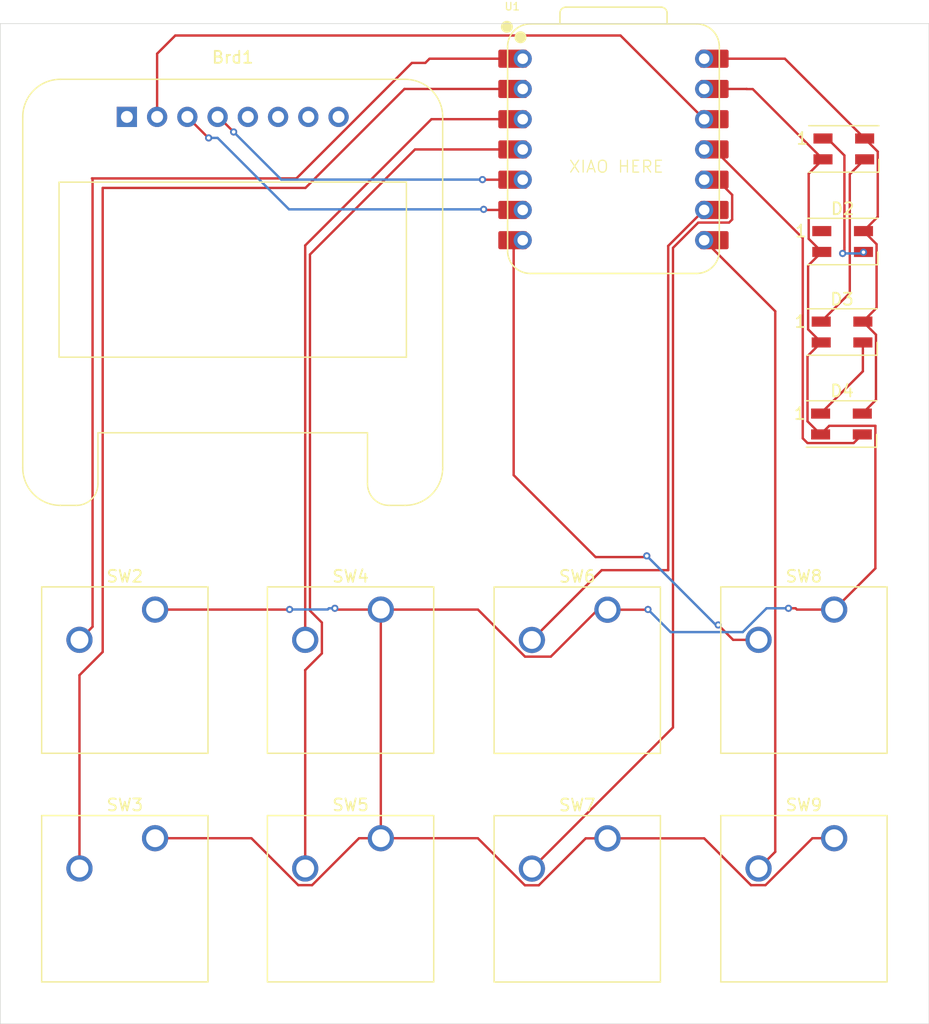
<source format=kicad_pcb>
(kicad_pcb (version 20240108) (generator "pcbnew") (generator_version "8.0")
  (layers (0 "F.Cu" signal) (31 "B.Cu" signal) (34 "B.Paste" user) (35 "F.Paste" user) (36 "B.SilkS" user "B.Silkscreen") (37 "F.SilkS" user "F.Silkscreen") (38 "B.Mask" user) (39 "F.Mask" user) (44 "Edge.Cuts" user))
  (net 0 "")
  (net 2 "Net-(Brd1-SCL)")
  (net 3 "Net-(Brd1-SDA)")
  (net 4 "Net-(Brd1-VCC)")
  (net 5 "Net-(D1-DOUT)")
  (net 6 "Net-(D1-DIN)")
  (net 7 "+5V")
  (net 8 "GND")
  (net 10 "Net-(D3-DIN)")
  (net 11 "Net-(D4-DIN)")
  (net 12 "Net-(U1-GPIO26{slash}ADC0{slash}A0)")
  (net 13 "Net-(U1-GPIO27{slash}ADC1{slash}A1)")
  (net 14 "Net-(U1-GPIO28{slash}ADC2{slash}A2)")
  (net 15 "Net-(U1-GPIO29{slash}ADC3{slash}A3)")
  (net 16 "Net-(U1-GPIO2{slash}SCK)")
  (net 17 "Net-(U1-GPIO4{slash}MISO)")
  (net 18 "Net-(U1-GPIO0{slash}TX)")
  (net 19 "Net-(U1-GPIO1{slash}RX)")
  (footprint "OPL:XIAO-RP2040-DIP" (layer "F.Cu") (at 130.5 66.7685)
    (property "Reference" "U1" (at -8.5 -12 0) (layer "F.SilkS") (effects (font (size 0.635 0.635) (thickness 0.1016))))
    (property "Value" "XIAO-RP2040-DIP")
    (fp_line (start -8.89 8.509) (end -8.89 -8.636) (stroke (width 0.127)) (layer "F.SilkS"))
    (fp_line (start -6.985 10.414) (end 6.985 10.414) (stroke (width 0.127)) (layer "F.SilkS"))
    (fp_line (start -4.495 -10.541) (end -4.491272 -11.451272) (stroke (width 0.127)) (layer "F.SilkS"))
    (fp_line (start -3.991272 -11.951) (end 4.004 -11.951) (stroke (width 0.127)) (layer "F.SilkS"))
    (fp_line (start 4.504 -11.451) (end 4.504 -10.541) (stroke (width 0.127)) (layer "F.SilkS"))
    (fp_line (start 6.985 -10.541) (end -6.985 -10.541) (stroke (width 0.1)) (layer "F.SilkS"))
    (fp_line (start 6.985 -10.541) (end -6.985 -10.541) (stroke (width 0.127)) (layer "F.SilkS"))
    (fp_line (start 8.89 8.509) (end 8.89 -8.636) (stroke (width 0.127)) (layer "F.SilkS"))
    (fp_arc (start -8.89 -8.636) (mid -8.332038 -9.983038) (end -6.985 -10.541) (stroke (width 0.127)) (layer "F.SilkS"))
    (fp_arc (start -6.985 10.414) (mid -8.332038 9.856038) (end -8.89 8.509) (stroke (width 0.127)) (layer "F.SilkS"))
    (fp_arc (start -4.491272 -11.451272) (mid -4.344724 -11.804644) (end -3.991272 -11.951) (stroke (width 0.127)) (layer "F.SilkS"))
    (fp_arc (start 4.004 -11.951) (mid 4.357553 -11.804553) (end 4.504 -11.451) (stroke (width 0.127)) (layer "F.SilkS"))
    (fp_arc (start 6.985 -10.541) (mid 8.332038 -9.983038) (end 8.89 -8.636) (stroke (width 0.127)) (layer "F.SilkS"))
    (fp_arc (start 8.89 8.509) (mid 8.332038 9.856038) (end 6.985 10.414) (stroke (width 0.127)) (layer "F.SilkS"))
    (fp_circle (center -8.95 -10.3) (end -8.95 -10.554) (stroke (width 0.5)) (fill solid) (layer "F.SilkS"))
    (fp_circle (center -7.807 -9.42) (end -7.807 -9.674) (stroke (width 0.5)) (fill solid) (layer "F.SilkS"))
    (pad "1" smd roundrect (at -8.455 -7.62 180) (size 2.432 1.524) (layers "F.Cu" "F.Mask") (roundrect_rratio 0.1) (net 12 "Net-(U1-GPIO26{slash}ADC0{slash}A0)"))
    (pad "1" thru_hole circle (at -7.62 -7.62 180) (size 1.524 1.524) (drill 0.889) (layers "*.Cu" "*.Mask") (net 12 "Net-(U1-GPIO26{slash}ADC0{slash}A0)"))
    (pad "2" smd roundrect (at -8.455 -5.08 180) (size 2.432 1.524) (layers "F.Cu" "F.Mask") (roundrect_rratio 0.1) (net 13 "Net-(U1-GPIO27{slash}ADC1{slash}A1)"))
    (pad "2" thru_hole circle (at -7.62 -5.08 180) (size 1.524 1.524) (drill 0.889) (layers "*.Cu" "*.Mask") (net 13 "Net-(U1-GPIO27{slash}ADC1{slash}A1)"))
    (pad "3" smd roundrect (at -8.455 -2.54 180) (size 2.432 1.524) (layers "F.Cu" "F.Mask") (roundrect_rratio 0.1) (net 14 "Net-(U1-GPIO28{slash}ADC2{slash}A2)"))
    (pad "3" thru_hole circle (at -7.62 -2.54 180) (size 1.524 1.524) (drill 0.889) (layers "*.Cu" "*.Mask") (net 14 "Net-(U1-GPIO28{slash}ADC2{slash}A2)"))
    (pad "4" smd roundrect (at -8.455 0 180) (size 2.432 1.524) (layers "F.Cu" "F.Mask") (roundrect_rratio 0.1) (net 15 "Net-(U1-GPIO29{slash}ADC3{slash}A3)"))
    (pad "4" thru_hole circle (at -7.62 0 180) (size 1.524 1.524) (drill 0.889) (layers "*.Cu" "*.Mask") (net 15 "Net-(U1-GPIO29{slash}ADC3{slash}A3)"))
    (pad "5" smd roundrect (at -8.455 2.54 180) (size 2.432 1.524) (layers "F.Cu" "F.Mask") (roundrect_rratio 0.1) (net 3 "Net-(Brd1-SDA)"))
    (pad "5" thru_hole circle (at -7.62 2.54 180) (size 1.524 1.524) (drill 0.889) (layers "*.Cu" "*.Mask") (net 3 "Net-(Brd1-SDA)"))
    (pad "6" smd roundrect (at -8.455 5.08 180) (size 2.432 1.524) (layers "F.Cu" "F.Mask") (roundrect_rratio 0.1) (net 2 "Net-(Brd1-SCL)"))
    (pad "6" thru_hole circle (at -7.62 5.08 180) (size 1.524 1.524) (drill 0.889) (layers "*.Cu" "*.Mask") (net 2 "Net-(Brd1-SCL)"))
    (pad "7" smd roundrect (at -8.455 7.62 180) (size 2.432 1.524) (layers "F.Cu" "F.Mask") (roundrect_rratio 0.1) (net 18 "Net-(U1-GPIO0{slash}TX)"))
    (pad "7" thru_hole circle (at -7.62 7.62 180) (size 1.524 1.524) (drill 0.889) (layers "*.Cu" "*.Mask") (net 18 "Net-(U1-GPIO0{slash}TX)"))
    (pad "8" thru_hole circle (at 7.62 7.62) (size 1.524 1.524) (drill 0.889) (layers "*.Cu" "*.Mask") (net 19 "Net-(U1-GPIO1{slash}RX)"))
    (pad "8" smd roundrect (at 8.455 7.62) (size 2.432 1.524) (layers "F.Cu" "F.Mask") (roundrect_rratio 0.1) (net 19 "Net-(U1-GPIO1{slash}RX)"))
    (pad "9" thru_hole circle (at 7.62 5.08) (size 1.524 1.524) (drill 0.889) (layers "*.Cu" "*.Mask") (net 16 "Net-(U1-GPIO2{slash}SCK)"))
    (pad "9" smd roundrect (at 8.455 5.08) (size 2.432 1.524) (layers "F.Cu" "F.Mask") (roundrect_rratio 0.1) (net 16 "Net-(U1-GPIO2{slash}SCK)"))
    (pad "10" thru_hole circle (at 7.62 2.54) (size 1.524 1.524) (drill 0.889) (layers "*.Cu" "*.Mask") (net 17 "Net-(U1-GPIO4{slash}MISO)"))
    (pad "10" smd roundrect (at 8.455 2.54) (size 2.432 1.524) (layers "F.Cu" "F.Mask") (roundrect_rratio 0.1) (net 17 "Net-(U1-GPIO4{slash}MISO)"))
    (pad "11" thru_hole circle (at 7.62 0) (size 1.524 1.524) (drill 0.889) (layers "*.Cu" "*.Mask") (net 11 "Net-(D4-DIN)"))
    (pad "11" smd roundrect (at 8.455 0) (size 2.432 1.524) (layers "F.Cu" "F.Mask") (roundrect_rratio 0.1) (net 11 "Net-(D4-DIN)"))
    (pad "12" thru_hole circle (at 7.62 -2.54) (size 1.524 1.524) (drill 0.889) (layers "*.Cu" "*.Mask") (net 4 "Net-(Brd1-VCC)"))
    (pad "12" smd roundrect (at 8.455 -2.54) (size 2.432 1.524) (layers "F.Cu" "F.Mask") (roundrect_rratio 0.1) (net 4 "Net-(Brd1-VCC)"))
    (pad "13" thru_hole circle (at 7.62 -5.08) (size 1.524 1.524) (drill 0.889) (layers "*.Cu" "*.Mask") (net 8 "GND"))
    (pad "13" smd roundrect (at 8.455 -5.08) (size 2.432 1.524) (layers "F.Cu" "F.Mask") (roundrect_rratio 0.1) (net 8 "GND"))
    (pad "14" thru_hole circle (at 7.62 -7.62) (size 1.524 1.524) (drill 0.889) (layers "*.Cu" "*.Mask") (net 7 "+5V"))
    (pad "14" smd roundrect (at 8.455 -7.62) (size 2.432 1.524) (layers "F.Cu" "F.Mask") (roundrect_rratio 0.1) (net 7 "+5V"))
  )
  (footprint "Button_Switch_Keyboard:SW_Cherry_MX_1.00u_PCB" (layer "F.Cu") (at 149.04 105.41)
    (property "Reference" "SW8" (at -2.54 -2.794 0) (layer "F.SilkS"))
    (property "Value" "SW_Push")
    (fp_line (start -9.525 -1.905) (end 4.445 -1.905) (stroke (width 0.12)) (layer "F.SilkS"))
    (fp_line (start -9.525 12.065) (end -9.525 -1.905) (stroke (width 0.12)) (layer "F.SilkS"))
    (fp_line (start 4.445 -1.905) (end 4.445 12.065) (stroke (width 0.12)) (layer "F.SilkS"))
    (fp_line (start 4.445 12.065) (end -9.525 12.065) (stroke (width 0.12)) (layer "F.SilkS"))
    (pad "" np_thru_hole circle (at -7.62 5.08) (size 1.7 1.7) (drill 1.7) (layers "*.Cu" "*.Mask"))
    (pad "" np_thru_hole circle (at -2.54 5.08) (size 4 4) (drill 4) (layers "*.Cu" "*.Mask"))
    (pad "" np_thru_hole circle (at 2.54 5.08) (size 1.7 1.7) (drill 1.7) (layers "*.Cu" "*.Mask"))
    (pad "1" thru_hole circle (at 0 0) (size 2.2 2.2) (drill 1.5) (layers "*.Cu" "*.Mask") (net 8 "GND"))
    (pad "2" thru_hole circle (at -6.35 2.54) (size 2.2 2.2) (drill 1.5) (layers "*.Cu" "*.Mask") (net 18 "Net-(U1-GPIO0{slash}TX)"))
  )
  (footprint "Button_Switch_Keyboard:SW_Cherry_MX_1.00u_PCB" (layer "F.Cu") (at 92 105.41)
    (property "Reference" "SW2" (at -2.54 -2.794 0) (layer "F.SilkS"))
    (property "Value" "SW_Push")
    (fp_line (start -9.525 -1.905) (end 4.445 -1.905) (stroke (width 0.12)) (layer "F.SilkS"))
    (fp_line (start -9.525 12.065) (end -9.525 -1.905) (stroke (width 0.12)) (layer "F.SilkS"))
    (fp_line (start 4.445 -1.905) (end 4.445 12.065) (stroke (width 0.12)) (layer "F.SilkS"))
    (fp_line (start 4.445 12.065) (end -9.525 12.065) (stroke (width 0.12)) (layer "F.SilkS"))
    (pad "" np_thru_hole circle (at -7.62 5.08) (size 1.7 1.7) (drill 1.7) (layers "*.Cu" "*.Mask"))
    (pad "" np_thru_hole circle (at -2.54 5.08) (size 4 4) (drill 4) (layers "*.Cu" "*.Mask"))
    (pad "" np_thru_hole circle (at 2.54 5.08) (size 1.7 1.7) (drill 1.7) (layers "*.Cu" "*.Mask"))
    (pad "1" thru_hole circle (at 0 0) (size 2.2 2.2) (drill 1.5) (layers "*.Cu" "*.Mask") (net 8 "GND"))
    (pad "2" thru_hole circle (at -6.35 2.54) (size 2.2 2.2) (drill 1.5) (layers "*.Cu" "*.Mask") (net 12 "Net-(U1-GPIO26{slash}ADC0{slash}A0)"))
  )
  (footprint "Button_Switch_Keyboard:SW_Cherry_MX_1.00u_PCB" (layer "F.Cu") (at 149.04 124.61)
    (property "Reference" "SW9" (at -2.54 -2.794 0) (layer "F.SilkS"))
    (property "Value" "SW_Push")
    (fp_line (start -9.525 -1.905) (end 4.445 -1.905) (stroke (width 0.12)) (layer "F.SilkS"))
    (fp_line (start -9.525 12.065) (end -9.525 -1.905) (stroke (width 0.12)) (layer "F.SilkS"))
    (fp_line (start 4.445 -1.905) (end 4.445 12.065) (stroke (width 0.12)) (layer "F.SilkS"))
    (fp_line (start 4.445 12.065) (end -9.525 12.065) (stroke (width 0.12)) (layer "F.SilkS"))
    (pad "" np_thru_hole circle (at -7.62 5.08) (size 1.7 1.7) (drill 1.7) (layers "*.Cu" "*.Mask"))
    (pad "" np_thru_hole circle (at -2.54 5.08) (size 4 4) (drill 4) (layers "*.Cu" "*.Mask"))
    (pad "" np_thru_hole circle (at 2.54 5.08) (size 1.7 1.7) (drill 1.7) (layers "*.Cu" "*.Mask"))
    (pad "1" thru_hole circle (at 0 0) (size 2.2 2.2) (drill 1.5) (layers "*.Cu" "*.Mask") (net 8 "GND"))
    (pad "2" thru_hole circle (at -6.35 2.54) (size 2.2 2.2) (drill 1.5) (layers "*.Cu" "*.Mask") (net 19 "Net-(U1-GPIO1{slash}RX)"))
  )
  (footprint "Button_Switch_Keyboard:SW_Cherry_MX_1.00u_PCB" (layer "F.Cu") (at 92 124.61)
    (property "Reference" "SW3" (at -2.54 -2.794 0) (layer "F.SilkS"))
    (property "Value" "SW_Push")
    (fp_line (start -9.525 -1.905) (end 4.445 -1.905) (stroke (width 0.12)) (layer "F.SilkS"))
    (fp_line (start -9.525 12.065) (end -9.525 -1.905) (stroke (width 0.12)) (layer "F.SilkS"))
    (fp_line (start 4.445 -1.905) (end 4.445 12.065) (stroke (width 0.12)) (layer "F.SilkS"))
    (fp_line (start 4.445 12.065) (end -9.525 12.065) (stroke (width 0.12)) (layer "F.SilkS"))
    (pad "" np_thru_hole circle (at -7.62 5.08) (size 1.7 1.7) (drill 1.7) (layers "*.Cu" "*.Mask"))
    (pad "" np_thru_hole circle (at -2.54 5.08) (size 4 4) (drill 4) (layers "*.Cu" "*.Mask"))
    (pad "" np_thru_hole circle (at 2.54 5.08) (size 1.7 1.7) (drill 1.7) (layers "*.Cu" "*.Mask"))
    (pad "1" thru_hole circle (at 0 0) (size 2.2 2.2) (drill 1.5) (layers "*.Cu" "*.Mask") (net 8 "GND"))
    (pad "2" thru_hole circle (at -6.35 2.54) (size 2.2 2.2) (drill 1.5) (layers "*.Cu" "*.Mask") (net 13 "Net-(U1-GPIO27{slash}ADC1{slash}A1)"))
  )
  (footprint "LED_SMD:LED_SK6812MINI_PLCC4_3.5x3.5mm_P1.75mm" (layer "F.Cu") (at 149.7 82.1)
    (property "Reference" "D3" (at 0 -2.75 360) (layer "F.SilkS"))
    (property "Value" "SK6812MINI")
    (fp_line (start -2.95 -1.95) (end 2.95 -1.95) (stroke (width 0.12)) (layer "F.SilkS"))
    (fp_line (start -2.95 1.95) (end 2.95 1.95) (stroke (width 0.12)) (layer "F.SilkS"))
    (fp_line (start 2.95 1.95) (end 2.95 0.875) (stroke (width 0.12)) (layer "F.SilkS"))
    (fp_text user "1" (at -3.5 -0.875 360) (layer "F.SilkS"))
    (pad "1" smd rect (at -1.75 -0.875) (size 1.6 0.85) (layers "F.Cu" "F.Paste" "F.Mask") (net 6 "Net-(D1-DIN)"))
    (pad "2" smd rect (at -1.75 0.875) (size 1.6 0.85) (layers "F.Cu" "F.Paste" "F.Mask") (net 8 "GND"))
    (pad "3" smd rect (at 1.75 0.875) (size 1.6 0.85) (layers "F.Cu" "F.Paste" "F.Mask") (net 10 "Net-(D3-DIN)"))
    (pad "4" smd rect (at 1.75 -0.875) (size 1.6 0.85) (layers "F.Cu" "F.Paste" "F.Mask") (net 7 "+5V"))
  )
  (footprint "Button_Switch_Keyboard:SW_Cherry_MX_1.00u_PCB" (layer "F.Cu") (at 130 124.62)
    (property "Reference" "SW7" (at -2.54 -2.794 0) (layer "F.SilkS"))
    (property "Value" "SW_Push")
    (fp_line (start -9.525 -1.905) (end 4.445 -1.905) (stroke (width 0.12)) (layer "F.SilkS"))
    (fp_line (start -9.525 12.065) (end -9.525 -1.905) (stroke (width 0.12)) (layer "F.SilkS"))
    (fp_line (start 4.445 -1.905) (end 4.445 12.065) (stroke (width 0.12)) (layer "F.SilkS"))
    (fp_line (start 4.445 12.065) (end -9.525 12.065) (stroke (width 0.12)) (layer "F.SilkS"))
    (pad "" np_thru_hole circle (at -7.62 5.08) (size 1.7 1.7) (drill 1.7) (layers "*.Cu" "*.Mask"))
    (pad "" np_thru_hole circle (at -2.54 5.08) (size 4 4) (drill 4) (layers "*.Cu" "*.Mask"))
    (pad "" np_thru_hole circle (at 2.54 5.08) (size 1.7 1.7) (drill 1.7) (layers "*.Cu" "*.Mask"))
    (pad "1" thru_hole circle (at 0 0) (size 2.2 2.2) (drill 1.5) (layers "*.Cu" "*.Mask") (net 8 "GND"))
    (pad "2" thru_hole circle (at -6.35 2.54) (size 2.2 2.2) (drill 1.5) (layers "*.Cu" "*.Mask") (net 17 "Net-(U1-GPIO4{slash}MISO)"))
  )
  (footprint "Button_Switch_Keyboard:SW_Cherry_MX_1.00u_PCB" (layer "F.Cu") (at 110.96 124.61)
    (property "Reference" "SW5" (at -2.54 -2.794 0) (layer "F.SilkS"))
    (property "Value" "SW_Push")
    (fp_line (start -9.525 -1.905) (end 4.445 -1.905) (stroke (width 0.12)) (layer "F.SilkS"))
    (fp_line (start -9.525 12.065) (end -9.525 -1.905) (stroke (width 0.12)) (layer "F.SilkS"))
    (fp_line (start 4.445 -1.905) (end 4.445 12.065) (stroke (width 0.12)) (layer "F.SilkS"))
    (fp_line (start 4.445 12.065) (end -9.525 12.065) (stroke (width 0.12)) (layer "F.SilkS"))
    (pad "" np_thru_hole circle (at -7.62 5.08) (size 1.7 1.7) (drill 1.7) (layers "*.Cu" "*.Mask"))
    (pad "" np_thru_hole circle (at -2.54 5.08) (size 4 4) (drill 4) (layers "*.Cu" "*.Mask"))
    (pad "" np_thru_hole circle (at 2.54 5.08) (size 1.7 1.7) (drill 1.7) (layers "*.Cu" "*.Mask"))
    (pad "1" thru_hole circle (at 0 0) (size 2.2 2.2) (drill 1.5) (layers "*.Cu" "*.Mask") (net 8 "GND"))
    (pad "2" thru_hole circle (at -6.35 2.54) (size 2.2 2.2) (drill 1.5) (layers "*.Cu" "*.Mask") (net 15 "Net-(U1-GPIO29{slash}ADC3{slash}A3)"))
  )
  (footprint "LED_SMD:LED_SK6812MINI_PLCC4_3.5x3.5mm_P1.75mm" (layer "F.Cu") (at 149.75 74.5)
    (property "Reference" "D2" (at 0 -2.75 360) (layer "F.SilkS"))
    (property "Value" "SK6812MINI")
    (fp_line (start -2.95 -1.95) (end 2.95 -1.95) (stroke (width 0.12)) (layer "F.SilkS"))
    (fp_line (start -2.95 1.95) (end 2.95 1.95) (stroke (width 0.12)) (layer "F.SilkS"))
    (fp_line (start 2.95 1.95) (end 2.95 0.875) (stroke (width 0.12)) (layer "F.SilkS"))
    (fp_text user "1" (at -3.5 -0.875 360) (layer "F.SilkS"))
    (pad "1" smd rect (at -1.75 -0.875) (size 1.6 0.85) (layers "F.Cu" "F.Paste" "F.Mask"))
    (pad "2" smd rect (at -1.75 0.875) (size 1.6 0.85) (layers "F.Cu" "F.Paste" "F.Mask") (net 8 "GND"))
    (pad "3" smd rect (at 1.75 0.875) (size 1.6 0.85) (layers "F.Cu" "F.Paste" "F.Mask") (net 5 "Net-(D1-DOUT)"))
    (pad "4" smd rect (at 1.75 -0.875) (size 1.6 0.85) (layers "F.Cu" "F.Paste" "F.Mask") (net 7 "+5V"))
  )
  (footprint "Display:Adafruit_SSD1306" (layer "F.Cu") (at 89.632 64.036)
    (property "Reference" "Brd1" (at 8.89 -5 0) (layer "F.SilkS"))
    (property "Value" "SSD1306")
    (fp_line (start -8.746 0) (end -8.746 29.464) (stroke (width 0.12)) (layer "F.SilkS"))
    (fp_line (start -5.698 5.478) (end -5.698 20.176) (stroke (width 0.12)) (layer "F.SilkS"))
    (fp_line (start -5.698 5.478) (end 23.478 5.478) (stroke (width 0.12)) (layer "F.SilkS"))
    (fp_line (start -5.698 20.176) (end 23.478 20.176) (stroke (width 0.12)) (layer "F.SilkS"))
    (fp_line (start -4.238 32.622) (end -5.59 32.622) (stroke (width 0.12)) (layer "F.SilkS"))
    (fp_line (start -2.43 26.526) (end -2.43 30.814) (stroke (width 0.12)) (layer "F.SilkS"))
    (fp_line (start -2.43 26.526) (end 20.21 26.526) (stroke (width 0.12)) (layer "F.SilkS"))
    (fp_line (start 20.21 26.526) (end 20.21 30.814) (stroke (width 0.12)) (layer "F.SilkS"))
    (fp_line (start 22.018 32.622) (end 23.37 32.622) (stroke (width 0.12)) (layer "F.SilkS"))
    (fp_line (start 23.368 -3.158) (end -5.588 -3.158) (stroke (width 0.12)) (layer "F.SilkS"))
    (fp_line (start 23.478 5.478) (end 23.478 20.176) (stroke (width 0.12)) (layer "F.SilkS"))
    (fp_line (start 26.526 0) (end 26.526 29.464) (stroke (width 0.12)) (layer "F.SilkS"))
    (fp_arc (start -8.746 0) (mid -7.821043 -2.233043) (end -5.588 -3.158) (stroke (width 0.12)) (layer "F.SilkS"))
    (fp_arc (start -5.588 32.622) (mid -7.821043 31.697043) (end -8.746 29.464) (stroke (width 0.12)) (layer "F.SilkS"))
    (fp_arc (start -2.43 30.812) (mid -2.958137 32.091035) (end -4.236 32.622) (stroke (width 0.12)) (layer "F.SilkS"))
    (fp_arc (start 22.016 32.622) (mid 20.738137 32.091035) (end 20.21 30.812) (stroke (width 0.12)) (layer "F.SilkS"))
    (fp_arc (start 23.368 -3.158) (mid 25.601043 -2.233043) (end 26.526 0) (stroke (width 0.12)) (layer "F.SilkS"))
    (fp_arc (start 26.526 29.464) (mid 25.601043 31.697043) (end 23.368 32.622) (stroke (width 0.12)) (layer "F.SilkS"))
    (pad "" np_thru_hole circle (at -5.588 0) (size 2.7 2.7) (drill 2.7) (layers "*.Cu" "*.Mask"))
    (pad "" np_thru_hole circle (at -5.588 29.464) (size 2.7 2.7) (drill 2.7) (layers "*.Cu" "*.Mask"))
    (pad "" np_thru_hole circle (at 23.368 0) (size 2.7 2.7) (drill 2.7) (layers "*.Cu" "*.Mask"))
    (pad "" np_thru_hole circle (at 23.368 29.464) (size 2.7 2.7) (drill 2.7) (layers "*.Cu" "*.Mask"))
    (pad "1" thru_hole rect (at 0 0) (size 1.7 1.7) (drill 1) (layers "*.Cu" "*.Mask"))
    (pad "2" thru_hole circle (at 2.54 0) (size 1.7 1.7) (drill 1) (layers "*.Cu" "*.Mask") (net 4 "Net-(Brd1-VCC)"))
    (pad "3" thru_hole circle (at 5.08 0) (size 1.7 1.7) (drill 1) (layers "*.Cu" "*.Mask") (net 2 "Net-(Brd1-SCL)"))
    (pad "4" thru_hole circle (at 7.62 0) (size 1.7 1.7) (drill 1) (layers "*.Cu" "*.Mask") (net 3 "Net-(Brd1-SDA)"))
    (pad "5" thru_hole circle (at 10.16 0) (size 1.7 1.7) (drill 1) (layers "*.Cu" "*.Mask"))
    (pad "6" thru_hole circle (at 12.7 0) (size 1.7 1.7) (drill 1) (layers "*.Cu" "*.Mask"))
    (pad "7" thru_hole circle (at 15.24 0) (size 1.7 1.7) (drill 1) (layers "*.Cu" "*.Mask"))
    (pad "8" thru_hole circle (at 17.78 0) (size 1.7 1.7) (drill 1) (layers "*.Cu" "*.Mask"))
  )
  (footprint "Button_Switch_Keyboard:SW_Cherry_MX_1.00u_PCB" (layer "F.Cu") (at 130 105.42)
    (property "Reference" "SW6" (at -2.54 -2.794 0) (layer "F.SilkS"))
    (property "Value" "SW_Push")
    (fp_line (start -9.525 -1.905) (end 4.445 -1.905) (stroke (width 0.12)) (layer "F.SilkS"))
    (fp_line (start -9.525 12.065) (end -9.525 -1.905) (stroke (width 0.12)) (layer "F.SilkS"))
    (fp_line (start 4.445 -1.905) (end 4.445 12.065) (stroke (width 0.12)) (layer "F.SilkS"))
    (fp_line (start 4.445 12.065) (end -9.525 12.065) (stroke (width 0.12)) (layer "F.SilkS"))
    (pad "" np_thru_hole circle (at -7.62 5.08) (size 1.7 1.7) (drill 1.7) (layers "*.Cu" "*.Mask"))
    (pad "" np_thru_hole circle (at -2.54 5.08) (size 4 4) (drill 4) (layers "*.Cu" "*.Mask"))
    (pad "" np_thru_hole circle (at 2.54 5.08) (size 1.7 1.7) (drill 1.7) (layers "*.Cu" "*.Mask"))
    (pad "1" thru_hole circle (at 0 0) (size 2.2 2.2) (drill 1.5) (layers "*.Cu" "*.Mask") (net 8 "GND"))
    (pad "2" thru_hole circle (at -6.35 2.54) (size 2.2 2.2) (drill 1.5) (layers "*.Cu" "*.Mask") (net 16 "Net-(U1-GPIO2{slash}SCK)"))
  )
  (footprint "LED_SMD:LED_SK6812MINI_PLCC4_3.5x3.5mm_P1.75mm" (layer "F.Cu") (at 149.85 66.725)
    (property "Reference" "D1" (hide yes))
    (property "Value" "SK6812MINI")
    (fp_line (start -2.95 -1.95) (end 2.95 -1.95) (stroke (width 0.12)) (layer "F.SilkS"))
    (fp_line (start -2.95 1.95) (end 2.95 1.95) (stroke (width 0.12)) (layer "F.SilkS"))
    (fp_line (start 2.95 1.95) (end 2.95 0.875) (stroke (width 0.12)) (layer "F.SilkS"))
    (fp_text user "1" (at -3.5 -0.875 360) (layer "F.SilkS"))
    (pad "1" smd rect (at -1.75 -0.875) (size 1.6 0.85) (layers "F.Cu" "F.Paste" "F.Mask") (net 5 "Net-(D1-DOUT)"))
    (pad "2" smd rect (at -1.75 0.875) (size 1.6 0.85) (layers "F.Cu" "F.Paste" "F.Mask") (net 8 "GND"))
    (pad "3" smd rect (at 1.75 0.875) (size 1.6 0.85) (layers "F.Cu" "F.Paste" "F.Mask") (net 6 "Net-(D1-DIN)"))
    (pad "4" smd rect (at 1.75 -0.875) (size 1.6 0.85) (layers "F.Cu" "F.Paste" "F.Mask") (net 7 "+5V"))
  )
  (footprint "LED_SMD:LED_SK6812MINI_PLCC4_3.5x3.5mm_P1.75mm" (layer "F.Cu") (at 149.65 89.825)
    (property "Reference" "D4" (at 0.05 -2.775 360) (layer "F.SilkS"))
    (property "Value" "SK6812MINI")
    (fp_line (start -2.95 -1.95) (end 2.95 -1.95) (stroke (width 0.12)) (layer "F.SilkS"))
    (fp_line (start -2.95 1.95) (end 2.95 1.95) (stroke (width 0.12)) (layer "F.SilkS"))
    (fp_line (start 2.95 1.95) (end 2.95 0.875) (stroke (width 0.12)) (layer "F.SilkS"))
    (fp_text user "1" (at -3.5 -0.875 360) (layer "F.SilkS"))
    (pad "1" smd rect (at -1.75 -0.875) (size 1.6 0.85) (layers "F.Cu" "F.Paste" "F.Mask") (net 10 "Net-(D3-DIN)"))
    (pad "2" smd rect (at -1.75 0.875) (size 1.6 0.85) (layers "F.Cu" "F.Paste" "F.Mask") (net 8 "GND"))
    (pad "3" smd rect (at 1.75 0.875) (size 1.6 0.85) (layers "F.Cu" "F.Paste" "F.Mask") (net 11 "Net-(D4-DIN)"))
    (pad "4" smd rect (at 1.75 -0.875) (size 1.6 0.85) (layers "F.Cu" "F.Paste" "F.Mask") (net 7 "+5V"))
  )
  (footprint "Button_Switch_Keyboard:SW_Cherry_MX_1.00u_PCB" (layer "F.Cu") (at 110.96 105.41)
    (property "Reference" "SW4" (at -2.54 -2.794 0) (layer "F.SilkS"))
    (property "Value" "SW_Push")
    (fp_line (start -9.525 -1.905) (end 4.445 -1.905) (stroke (width 0.12)) (layer "F.SilkS"))
    (fp_line (start -9.525 12.065) (end -9.525 -1.905) (stroke (width 0.12)) (layer "F.SilkS"))
    (fp_line (start 4.445 -1.905) (end 4.445 12.065) (stroke (width 0.12)) (layer "F.SilkS"))
    (fp_line (start 4.445 12.065) (end -9.525 12.065) (stroke (width 0.12)) (layer "F.SilkS"))
    (pad "" np_thru_hole circle (at -7.62 5.08) (size 1.7 1.7) (drill 1.7) (layers "*.Cu" "*.Mask"))
    (pad "" np_thru_hole circle (at -2.54 5.08) (size 4 4) (drill 4) (layers "*.Cu" "*.Mask"))
    (pad "" np_thru_hole circle (at 2.54 5.08) (size 1.7 1.7) (drill 1.7) (layers "*.Cu" "*.Mask"))
    (pad "1" thru_hole circle (at 0 0) (size 2.2 2.2) (drill 1.5) (layers "*.Cu" "*.Mask") (net 8 "GND"))
    (pad "2" thru_hole circle (at -6.35 2.54) (size 2.2 2.2) (drill 1.5) (layers "*.Cu" "*.Mask") (net 14 "Net-(U1-GPIO28{slash}ADC2{slash}A2)"))
  )
  (gr_line (start 79 140.2) (end 79 56.2) (stroke (width 0.05)) (layer "Edge.Cuts"))
  (gr_line (start 157 140.2) (end 79 140.2) (stroke (width 0.05)) (layer "Edge.Cuts"))
  (gr_line (start 157 140.2) (end 157 56.2) (stroke (width 0.05)) (layer "Edge.Cuts"))
  (gr_line (start 79 56.2) (end 157 56.2) (stroke (width 0.05)) (layer "Edge.Cuts"))
  (gr_text "XIAO HERE" (at 126.7 68.8 0) (layer "F.SilkS") (effects (font (size 1 1) (thickness 0.1)) (justify left bottom)))
  (segment (start 119.6485 71.8485) (end 119.6 71.8) (width 0.2) (layer "F.Cu") (net 2))
  (segment (start 122.88 71.8485) (end 119.6485 71.8485) (width 0.2) (layer "F.Cu") (net 2))
  (segment (start 96.476 65.8) (end 96.5 65.8) (width 0.2) (layer "F.Cu") (net 2))
  (segment (start 94.712 64.036) (end 96.476 65.8) (width 0.2) (layer "F.Cu") (net 2))
  (via (at 96.5 65.8) (size 0.6) (drill 0.3) (layers "F.Cu" "B.Cu") (net 2))
  (via (at 119.6 71.8) (size 0.6) (drill 0.3) (layers "F.Cu" "B.Cu") (net 2))
  (segment (start 97.251471 65.8) (end 103.251471 71.8) (width 0.2) (layer "B.Cu") (net 2))
  (segment (start 103.251471 71.8) (end 119.6 71.8) (width 0.2) (layer "B.Cu") (net 2))
  (segment (start 96.5 65.8) (end 97.251471 65.8) (width 0.2) (layer "B.Cu") (net 2))
  (segment (start 97.252 64.036) (end 97.336 64.036) (width 0.2) (layer "F.Cu") (net 3))
  (segment (start 97.336 64.036) (end 98.6 65.3) (width 0.2) (layer "F.Cu") (net 3))
  (segment (start 119.5085 69.3085) (end 122.88 69.3085) (width 0.2) (layer "F.Cu") (net 3))
  (segment (start 119.5 69.3) (end 119.5085 69.3085) (width 0.2) (layer "F.Cu") (net 3))
  (via (at 98.6 65.3) (size 0.6) (drill 0.3) (layers "F.Cu" "B.Cu") (net 3))
  (via (at 119.5 69.3) (size 0.6) (drill 0.3) (layers "F.Cu" "B.Cu") (net 3))
  (segment (start 102.6 69.3) (end 119.5 69.3) (width 0.2) (layer "B.Cu") (net 3))
  (segment (start 98.6 65.3) (end 102.6 69.3) (width 0.2) (layer "B.Cu") (net 3))
  (segment (start 93.7 57.2) (end 131.0915 57.2) (width 0.2) (layer "F.Cu") (net 4))
  (segment (start 131.0915 57.2) (end 138.12 64.2285) (width 0.2) (layer "F.Cu") (net 4))
  (segment (start 92.172 64.036) (end 92.172 58.728) (width 0.2) (layer "F.Cu") (net 4))
  (segment (start 92.172 58.728) (end 93.7 57.2) (width 0.2) (layer "F.Cu") (net 4))
  (segment (start 149.9 67.275) (end 149.9 75) (width 0.2) (layer "F.Cu") (net 5))
  (segment (start 149.9 75.35) (end 149.75 75.5) (width 0.2) (layer "F.Cu") (net 5))
  (segment (start 148.475 65.85) (end 149.9 67.275) (width 0.2) (layer "F.Cu") (net 5))
  (segment (start 148.1 65.85) (end 148.475 65.85) (width 0.2) (layer "F.Cu") (net 5))
  (segment (start 149.9 75) (end 149.9 75.35) (width 0.2) (layer "F.Cu") (net 5))
  (via (at 151.5 75.4) (size 0.6) (drill 0.3) (layers "F.Cu" "B.Cu") (net 5))
  (via (at 149.75 75.5) (size 0.6) (drill 0.3) (layers "F.Cu" "B.Cu") (net 5))
  (segment (start 151.4 75.5) (end 151.5 75.4) (width 0.2) (layer "B.Cu") (net 5))
  (segment (start 149.75 75.5) (end 151.4 75.5) (width 0.2) (layer "B.Cu") (net 5))
  (segment (start 150.35 68.85) (end 150.35 78.825) (width 0.2) (layer "F.Cu") (net 6))
  (segment (start 151.6 67.6) (end 150.35 68.85) (width 0.2) (layer "F.Cu") (net 6))
  (segment (start 150.35 78.825) (end 147.95 81.225) (width 0.2) (layer "F.Cu") (net 6))
  (segment (start 144.8985 59.1485) (end 138.12 59.1485) (width 0.2) (layer "F.Cu") (net 7))
  (segment (start 152.6 74.725) (end 151.5 73.625) (width 0.2) (layer "F.Cu") (net 7))
  (segment (start 152.55 82.325) (end 151.45 81.225) (width 0.2) (layer "F.Cu") (net 7))
  (segment (start 151.4 88.95) (end 152.55 87.8) (width 0.2) (layer "F.Cu") (net 7))
  (segment (start 152.6 80.075) (end 152.6 74.725) (width 0.2) (layer "F.Cu") (net 7))
  (segment (start 152.7 72.425) (end 152.7 66.95) (width 0.2) (layer "F.Cu") (net 7))
  (segment (start 151.6 65.85) (end 144.8985 59.1485) (width 0.2) (layer "F.Cu") (net 7))
  (segment (start 151.5 73.625) (end 152.7 72.425) (width 0.2) (layer "F.Cu") (net 7))
  (segment (start 151.45 81.225) (end 152.6 80.075) (width 0.2) (layer "F.Cu") (net 7))
  (segment (start 152.7 66.95) (end 151.6 65.85) (width 0.2) (layer "F.Cu") (net 7))
  (segment (start 152.55 87.8) (end 152.55 82.325) (width 0.2) (layer "F.Cu") (net 7))
  (segment (start 152.5 89.975) (end 152.5 101.95) (width 0.2) (layer "F.Cu") (net 8))
  (segment (start 141.7 61.7) (end 141.6885 61.6885) (width 0.2) (layer "F.Cu") (net 8))
  (segment (start 123.06 128.56) (end 119.11 124.61) (width 0.2) (layer "F.Cu") (net 8))
  (segment (start 146.9 68.8) (end 146.9 74.275) (width 0.2) (layer "F.Cu") (net 8))
  (segment (start 143.269899 128.55) (end 142.05 128.55) (width 0.2) (layer "F.Cu") (net 8))
  (segment (start 110.96 105.41) (end 119.120101 105.41) (width 0.2) (layer "F.Cu") (net 8))
  (segment (start 109.129899 124.61) (end 105.189899 128.55) (width 0.2) (layer "F.Cu") (net 8))
  (segment (start 133.38 105.42) (end 133.4 105.4) (width 0.2) (layer "F.Cu") (net 8))
  (segment (start 146.8 89.6) (end 147.9 90.7) (width 0.2) (layer "F.Cu") (net 8))
  (segment (start 145.8 105.3) (end 145.91 105.41) (width 0.2) (layer "F.Cu") (net 8))
  (segment (start 146.85 76.525) (end 146.85 81.875) (width 0.2) (layer "F.Cu") (net 8))
  (segment (start 104.030101 128.55) (end 100.090101 124.61) (width 0.2) (layer "F.Cu") (net 8))
  (segment (start 145.91 105.41) (end 149.04 105.41) (width 0.2) (layer "F.Cu") (net 8))
  (segment (start 107.1 105.3) (end 107.21 105.41) (width 0.2) (layer "F.Cu") (net 8))
  (segment (start 147.9 90.7) (end 148.625 89.975) (width 0.2) (layer "F.Cu") (net 8))
  (segment (start 130 124.62) (end 128.169899 124.62) (width 0.2) (layer "F.Cu") (net 8))
  (segment (start 148 75.375) (end 146.85 76.525) (width 0.2) (layer "F.Cu") (net 8))
  (segment (start 148.1 67.6) (end 146.9 68.8) (width 0.2) (layer "F.Cu") (net 8))
  (segment (start 129.18 105.42) (end 130 105.42) (width 0.2) (layer "F.Cu") (net 8))
  (segment (start 125.24 109.36) (end 129.18 105.42) (width 0.2) (layer "F.Cu") (net 8))
  (segment (start 124.229899 128.56) (end 123.06 128.56) (width 0.2) (layer "F.Cu") (net 8))
  (segment (start 146.8 84.125) (end 146.8 89.6) (width 0.2) (layer "F.Cu") (net 8))
  (segment (start 147.209899 124.61) (end 143.269899 128.55) (width 0.2) (layer "F.Cu") (net 8))
  (segment (start 103.29 105.41) (end 103.3 105.4) (width 0.2) (layer "F.Cu") (net 8))
  (segment (start 149.04 124.61) (end 147.209899 124.61) (width 0.2) (layer "F.Cu") (net 8))
  (segment (start 123.070101 109.36) (end 125.24 109.36) (width 0.2) (layer "F.Cu") (net 8))
  (segment (start 152.5 101.95) (end 149.04 105.41) (width 0.2) (layer "F.Cu") (net 8))
  (segment (start 145.2 105.3) (end 145.8 105.3) (width 0.2) (layer "F.Cu") (net 8))
  (segment (start 148.625 89.975) (end 152.5 89.975) (width 0.2) (layer "F.Cu") (net 8))
  (segment (start 110.96 105.41) (end 110.96 124.61) (width 0.2) (layer "F.Cu") (net 8))
  (segment (start 119.120101 105.41) (end 123.070101 109.36) (width 0.2) (layer "F.Cu") (net 8))
  (segment (start 138.12 124.62) (end 130 124.62) (width 0.2) (layer "F.Cu") (net 8))
  (segment (start 100.090101 124.61) (end 92 124.61) (width 0.2) (layer "F.Cu") (net 8))
  (segment (start 142.05 128.55) (end 138.12 124.62) (width 0.2) (layer "F.Cu") (net 8))
  (segment (start 146.9 74.275) (end 148 75.375) (width 0.2) (layer "F.Cu") (net 8))
  (segment (start 147.95 82.975) (end 146.8 84.125) (width 0.2) (layer "F.Cu") (net 8))
  (segment (start 107.21 105.41) (end 110.96 105.41) (width 0.2) (layer "F.Cu") (net 8))
  (segment (start 130 105.42) (end 133.38 105.42) (width 0.2) (layer "F.Cu") (net 8))
  (segment (start 148.1 67.6) (end 142.2 61.7) (width 0.2) (layer "F.Cu") (net 8))
  (segment (start 141.6885 61.6885) (end 138.955 61.6885) (width 0.2) (layer "F.Cu") (net 8))
  (segment (start 119.11 124.61) (end 110.96 124.61) (width 0.2) (layer "F.Cu") (net 8))
  (segment (start 105.189899 128.55) (end 104.030101 128.55) (width 0.2) (layer "F.Cu") (net 8))
  (segment (start 128.169899 124.62) (end 124.229899 128.56) (width 0.2) (layer "F.Cu") (net 8))
  (segment (start 146.85 81.875) (end 147.95 82.975) (width 0.2) (layer "F.Cu") (net 8))
  (segment (start 92 105.41) (end 103.29 105.41) (width 0.2) (layer "F.Cu") (net 8))
  (segment (start 142.2 61.7) (end 141.7 61.7) (width 0.2) (layer "F.Cu") (net 8))
  (segment (start 110.96 124.61) (end 109.129899 124.61) (width 0.2) (layer "F.Cu") (net 8))
  (via (at 107.1 105.3) (size 0.6) (drill 0.3) (layers "F.Cu" "B.Cu") (net 8))
  (via (at 103.3 105.4) (size 0.6) (drill 0.3) (layers "F.Cu" "B.Cu") (net 8))
  (via (at 145.2 105.3) (size 0.6) (drill 0.3) (layers "F.Cu" "B.Cu") (net 8))
  (via (at 133.4 105.4) (size 0.6) (drill 0.3) (layers "F.Cu" "B.Cu") (net 8))
  (segment (start 141.360101 107.3) (end 143.360101 105.3) (width 0.2) (layer "B.Cu") (net 8))
  (segment (start 133.4 105.4) (end 135.3 107.3) (width 0.2) (layer "B.Cu") (net 8))
  (segment (start 135.3 107.3) (end 141.360101 107.3) (width 0.2) (layer "B.Cu") (net 8))
  (segment (start 103.3 105.4) (end 106.5 105.4) (width 0.2) (layer "B.Cu") (net 8))
  (segment (start 106.5 105.4) (end 106.6 105.3) (width 0.2) (layer "B.Cu") (net 8))
  (segment (start 143.360101 105.3) (end 145.2 105.3) (width 0.2) (layer "B.Cu") (net 8))
  (segment (start 106.6 105.3) (end 107.1 105.3) (width 0.2) (layer "B.Cu") (net 8))
  (segment (start 151.45 85.4) (end 147.9 88.95) (width 0.2) (layer "F.Cu") (net 10))
  (segment (start 151.45 82.975) (end 151.45 85.4) (width 0.2) (layer "F.Cu") (net 10))
  (segment (start 146.8 91.425) (end 150.675 91.425) (width 0.2) (layer "F.Cu") (net 11))
  (segment (start 150.675 91.425) (end 151.4 90.7) (width 0.2) (layer "F.Cu") (net 11))
  (segment (start 146.4 91.025) (end 146.8 91.425) (width 0.2) (layer "F.Cu") (net 11))
  (segment (start 138.955 66.7685) (end 146.4 74.2135) (width 0.2) (layer "F.Cu") (net 11))
  (segment (start 146.4 74.2135) (end 146.4 91.025) (width 0.2) (layer "F.Cu") (net 11))
  (segment (start 86.749999 106.850001) (end 86.749999 69.249999) (width 0.2) (layer "F.Cu") (net 12))
  (segment (start 85.65 107.95) (end 86.749999 106.850001) (width 0.2) (layer "F.Cu") (net 12))
  (segment (start 103.874346 69.2) (end 113.574346 59.5) (width 0.2) (layer "F.Cu") (net 12))
  (segment (start 86.749999 69.249999) (end 86.7 69.2) (width 0.2) (layer "F.Cu") (net 12))
  (segment (start 114.7 59.5) (end 115.0515 59.1485) (width 0.2) (layer "F.Cu") (net 12))
  (segment (start 115.0515 59.1485) (end 122.88 59.1485) (width 0.2) (layer "F.Cu") (net 12))
  (segment (start 113.574346 59.5) (end 114.7 59.5) (width 0.2) (layer "F.Cu") (net 12))
  (segment (start 86.7 69.2) (end 103.874346 69.2) (width 0.2) (layer "F.Cu") (net 12))
  (segment (start 122.88 61.6885) (end 112.943337 61.6885) (width 0.2) (layer "F.Cu") (net 13))
  (segment (start 112.943337 61.6885) (end 104.631837 70) (width 0.2) (layer "F.Cu") (net 13))
  (segment (start 85.65 110.917056) (end 85.65 127.15) (width 0.2) (layer "F.Cu") (net 13))
  (segment (start 87.6 70) (end 87.6 108.967056) (width 0.2) (layer "F.Cu") (net 13))
  (segment (start 87.6 108.967056) (end 85.65 110.917056) (width 0.2) (layer "F.Cu") (net 13))
  (segment (start 104.631837 70) (end 87.6 70) (width 0.2) (layer "F.Cu") (net 13))
  (segment (start 122.88 64.2285) (end 115.211663 64.2285) (width 0.2) (layer "F.Cu") (net 14))
  (segment (start 104.61 74.830163) (end 104.61 107.95) (width 0.2) (layer "F.Cu") (net 14))
  (segment (start 115.211663 64.2285) (end 104.61 74.830163) (width 0.2) (layer "F.Cu") (net 14))
  (segment (start 104.61 110.51) (end 104.61 127.15) (width 0.2) (layer "F.Cu") (net 15))
  (segment (start 113.8315 66.7685) (end 105.01 75.59) (width 0.2) (layer "F.Cu") (net 15))
  (segment (start 105.01 75.59) (end 105.01 105.5) (width 0.2) (layer "F.Cu") (net 15))
  (segment (start 106.01 106.5) (end 106.01 109.09) (width 0.2) (layer "F.Cu") (net 15))
  (segment (start 122.88 66.7685) (end 113.8315 66.7685) (width 0.2) (layer "F.Cu") (net 15))
  (segment (start 105.01 105.5) (end 106.01 106.5) (width 0.2) (layer "F.Cu") (net 15))
  (segment (start 104.6 110.5) (end 104.61 110.51) (width 0.2) (layer "F.Cu") (net 15))
  (segment (start 106.01 109.09) (end 104.6 110.5) (width 0.2) (layer "F.Cu") (net 15))
  (segment (start 135.1 74.8685) (end 138.12 71.8485) (width 0.2) (layer "F.Cu") (net 16))
  (segment (start 129.51 102.1) (end 135.1 102.1) (width 0.2) (layer "F.Cu") (net 16))
  (segment (start 123.65 107.96) (end 129.51 102.1) (width 0.2) (layer "F.Cu") (net 16))
  (segment (start 135.1 102.1) (end 135.1 74.8685) (width 0.2) (layer "F.Cu") (net 16))
  (segment (start 140.471 70.58187) (end 140.471 72.649714) (width 0.2) (layer "F.Cu") (net 17))
  (segment (start 137.623686 72.9105) (end 135.5 75.034186) (width 0.2) (layer "F.Cu") (net 17))
  (segment (start 139.19763 69.3085) (end 140.471 70.58187) (width 0.2) (layer "F.Cu") (net 17))
  (segment (start 140.210214 72.9105) (end 137.623686 72.9105) (width 0.2) (layer "F.Cu") (net 17))
  (segment (start 140.471 72.649714) (end 140.210214 72.9105) (width 0.2) (layer "F.Cu") (net 17))
  (segment (start 138.12 69.3085) (end 139.19763 69.3085) (width 0.2) (layer "F.Cu") (net 17))
  (segment (start 135.5 75.034186) (end 135.5 115.31) (width 0.2) (layer "F.Cu") (net 17))
  (segment (start 135.5 115.31) (end 123.65 127.16) (width 0.2) (layer "F.Cu") (net 17))
  (segment (start 122.88 74.3885) (end 122.118001 75.150499) (width 0.2) (layer "F.Cu") (net 18))
  (segment (start 122.118001 94.118001) (end 129 101) (width 0.2) (layer "F.Cu") (net 18))
  (segment (start 122.118001 75.150499) (end 122.118001 94.118001) (width 0.2) (layer "F.Cu") (net 18))
  (segment (start 139.3 106.7) (end 140.55 107.95) (width 0.2) (layer "F.Cu") (net 18))
  (segment (start 133.2 101) (end 133.3 100.9) (width 0.2) (layer "F.Cu") (net 18))
  (segment (start 140.55 107.95) (end 142.69 107.95) (width 0.2) (layer "F.Cu") (net 18))
  (segment (start 129 101) (end 133.2 101) (width 0.2) (layer "F.Cu") (net 18))
  (via (at 139.3 106.7) (size 0.6) (drill 0.3) (layers "F.Cu" "B.Cu") (net 18))
  (via (at 133.3 100.9) (size 0.6) (drill 0.3) (layers "F.Cu" "B.Cu") (net 18))
  (segment (start 133.3 100.9) (end 139.1 106.7) (width 0.2) (layer "B.Cu") (net 18))
  (segment (start 139.1 106.7) (end 139.3 106.7) (width 0.2) (layer "B.Cu") (net 18))
  (segment (start 144.09 125.75) (end 142.69 127.15) (width 0.2) (layer "F.Cu") (net 19))
  (segment (start 144.09 80.3585) (end 144.09 125.75) (width 0.2) (layer "F.Cu") (net 19))
  (segment (start 138.12 74.3885) (end 144.09 80.3585) (width 0.2) (layer "F.Cu") (net 19))
)
</source>
